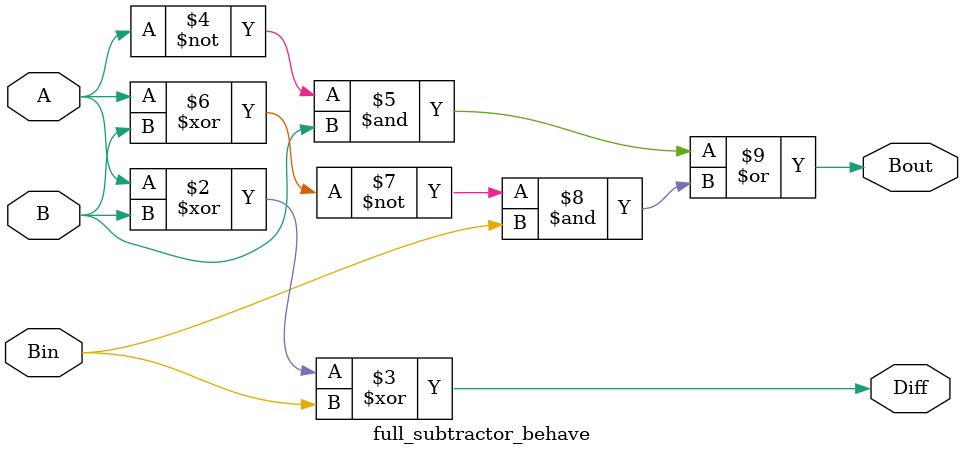
<source format=sv>
module full_subtractor_behave(
  input A, B, Bin,
  output reg Diff, Bout
);
  always@(*)begin
  Diff= A^B^Bin;
  Bout= (~A&B)|(~(A^B)&Bin);
  end
endmodule

</source>
